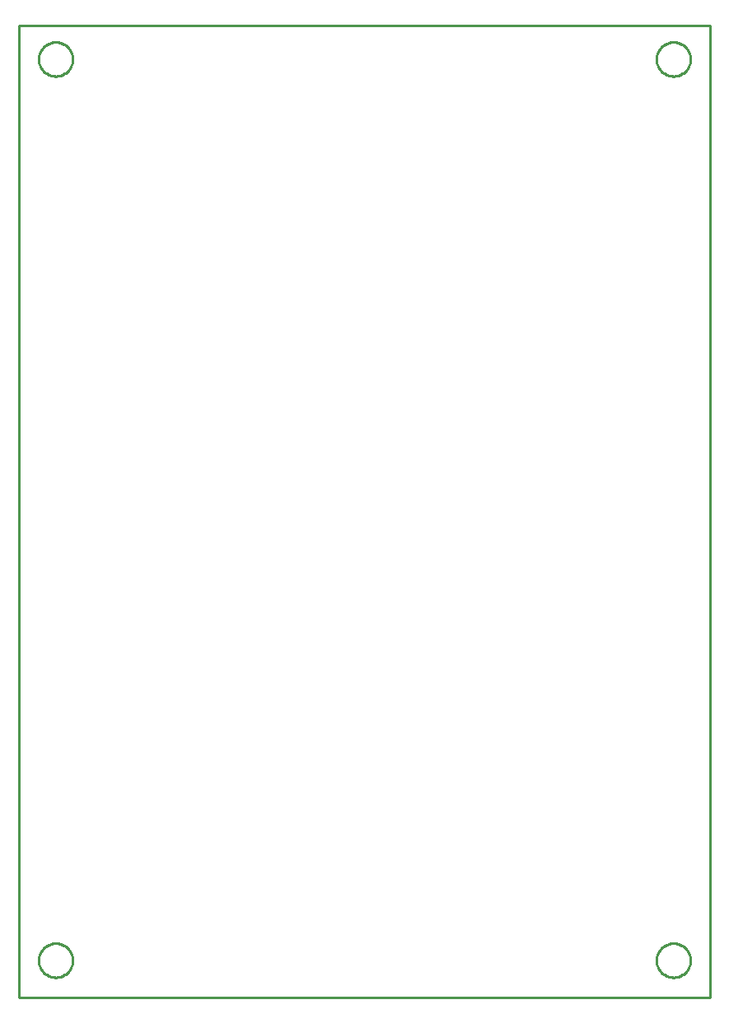
<source format=gbr>
G04 EAGLE Gerber RS-274X export*
G75*
%MOMM*%
%FSLAX34Y34*%
%LPD*%
%IN*%
%IPPOS*%
%AMOC8*
5,1,8,0,0,1.08239X$1,22.5*%
G01*
%ADD10C,0.254000*%


D10*
X0Y0D02*
X711000Y0D01*
X711000Y1000000D01*
X0Y1000000D01*
X0Y0D01*
X690600Y964627D02*
X690525Y963484D01*
X690376Y962348D01*
X690152Y961224D01*
X689855Y960117D01*
X689487Y959032D01*
X689049Y957974D01*
X688542Y956946D01*
X687969Y955954D01*
X687332Y955001D01*
X686635Y954092D01*
X685879Y953231D01*
X685069Y952421D01*
X684208Y951665D01*
X683299Y950968D01*
X682346Y950331D01*
X681354Y949758D01*
X680326Y949251D01*
X679268Y948813D01*
X678183Y948445D01*
X677076Y948148D01*
X675952Y947925D01*
X674816Y947775D01*
X673673Y947700D01*
X672527Y947700D01*
X671384Y947775D01*
X670248Y947925D01*
X669124Y948148D01*
X668017Y948445D01*
X666932Y948813D01*
X665874Y949251D01*
X664846Y949758D01*
X663854Y950331D01*
X662901Y950968D01*
X661992Y951665D01*
X661131Y952421D01*
X660321Y953231D01*
X659565Y954092D01*
X658868Y955001D01*
X658231Y955954D01*
X657658Y956946D01*
X657151Y957974D01*
X656713Y959032D01*
X656345Y960117D01*
X656048Y961224D01*
X655825Y962348D01*
X655675Y963484D01*
X655600Y964627D01*
X655600Y965773D01*
X655675Y966916D01*
X655825Y968052D01*
X656048Y969176D01*
X656345Y970283D01*
X656713Y971368D01*
X657151Y972426D01*
X657658Y973454D01*
X658231Y974446D01*
X658868Y975399D01*
X659565Y976308D01*
X660321Y977169D01*
X661131Y977979D01*
X661992Y978735D01*
X662901Y979432D01*
X663854Y980069D01*
X664846Y980642D01*
X665874Y981149D01*
X666932Y981587D01*
X668017Y981955D01*
X669124Y982252D01*
X670248Y982476D01*
X671384Y982625D01*
X672527Y982700D01*
X673673Y982700D01*
X674816Y982625D01*
X675952Y982476D01*
X677076Y982252D01*
X678183Y981955D01*
X679268Y981587D01*
X680326Y981149D01*
X681354Y980642D01*
X682346Y980069D01*
X683299Y979432D01*
X684208Y978735D01*
X685069Y977979D01*
X685879Y977169D01*
X686635Y976308D01*
X687332Y975399D01*
X687969Y974446D01*
X688542Y973454D01*
X689049Y972426D01*
X689487Y971368D01*
X689855Y970283D01*
X690152Y969176D01*
X690376Y968052D01*
X690525Y966916D01*
X690600Y965773D01*
X690600Y964627D01*
X55600Y964627D02*
X55525Y963484D01*
X55376Y962348D01*
X55152Y961224D01*
X54855Y960117D01*
X54487Y959032D01*
X54049Y957974D01*
X53542Y956946D01*
X52969Y955954D01*
X52332Y955001D01*
X51635Y954092D01*
X50879Y953231D01*
X50069Y952421D01*
X49208Y951665D01*
X48299Y950968D01*
X47346Y950331D01*
X46354Y949758D01*
X45326Y949251D01*
X44268Y948813D01*
X43183Y948445D01*
X42076Y948148D01*
X40952Y947925D01*
X39816Y947775D01*
X38673Y947700D01*
X37527Y947700D01*
X36384Y947775D01*
X35248Y947925D01*
X34124Y948148D01*
X33017Y948445D01*
X31932Y948813D01*
X30874Y949251D01*
X29846Y949758D01*
X28854Y950331D01*
X27901Y950968D01*
X26992Y951665D01*
X26131Y952421D01*
X25321Y953231D01*
X24565Y954092D01*
X23868Y955001D01*
X23231Y955954D01*
X22658Y956946D01*
X22151Y957974D01*
X21713Y959032D01*
X21345Y960117D01*
X21048Y961224D01*
X20825Y962348D01*
X20675Y963484D01*
X20600Y964627D01*
X20600Y965773D01*
X20675Y966916D01*
X20825Y968052D01*
X21048Y969176D01*
X21345Y970283D01*
X21713Y971368D01*
X22151Y972426D01*
X22658Y973454D01*
X23231Y974446D01*
X23868Y975399D01*
X24565Y976308D01*
X25321Y977169D01*
X26131Y977979D01*
X26992Y978735D01*
X27901Y979432D01*
X28854Y980069D01*
X29846Y980642D01*
X30874Y981149D01*
X31932Y981587D01*
X33017Y981955D01*
X34124Y982252D01*
X35248Y982476D01*
X36384Y982625D01*
X37527Y982700D01*
X38673Y982700D01*
X39816Y982625D01*
X40952Y982476D01*
X42076Y982252D01*
X43183Y981955D01*
X44268Y981587D01*
X45326Y981149D01*
X46354Y980642D01*
X47346Y980069D01*
X48299Y979432D01*
X49208Y978735D01*
X50069Y977979D01*
X50879Y977169D01*
X51635Y976308D01*
X52332Y975399D01*
X52969Y974446D01*
X53542Y973454D01*
X54049Y972426D01*
X54487Y971368D01*
X54855Y970283D01*
X55152Y969176D01*
X55376Y968052D01*
X55525Y966916D01*
X55600Y965773D01*
X55600Y964627D01*
X55600Y37527D02*
X55525Y36384D01*
X55376Y35248D01*
X55152Y34124D01*
X54855Y33017D01*
X54487Y31932D01*
X54049Y30874D01*
X53542Y29846D01*
X52969Y28854D01*
X52332Y27901D01*
X51635Y26992D01*
X50879Y26131D01*
X50069Y25321D01*
X49208Y24565D01*
X48299Y23868D01*
X47346Y23231D01*
X46354Y22658D01*
X45326Y22151D01*
X44268Y21713D01*
X43183Y21345D01*
X42076Y21048D01*
X40952Y20825D01*
X39816Y20675D01*
X38673Y20600D01*
X37527Y20600D01*
X36384Y20675D01*
X35248Y20825D01*
X34124Y21048D01*
X33017Y21345D01*
X31932Y21713D01*
X30874Y22151D01*
X29846Y22658D01*
X28854Y23231D01*
X27901Y23868D01*
X26992Y24565D01*
X26131Y25321D01*
X25321Y26131D01*
X24565Y26992D01*
X23868Y27901D01*
X23231Y28854D01*
X22658Y29846D01*
X22151Y30874D01*
X21713Y31932D01*
X21345Y33017D01*
X21048Y34124D01*
X20825Y35248D01*
X20675Y36384D01*
X20600Y37527D01*
X20600Y38673D01*
X20675Y39816D01*
X20825Y40952D01*
X21048Y42076D01*
X21345Y43183D01*
X21713Y44268D01*
X22151Y45326D01*
X22658Y46354D01*
X23231Y47346D01*
X23868Y48299D01*
X24565Y49208D01*
X25321Y50069D01*
X26131Y50879D01*
X26992Y51635D01*
X27901Y52332D01*
X28854Y52969D01*
X29846Y53542D01*
X30874Y54049D01*
X31932Y54487D01*
X33017Y54855D01*
X34124Y55152D01*
X35248Y55376D01*
X36384Y55525D01*
X37527Y55600D01*
X38673Y55600D01*
X39816Y55525D01*
X40952Y55376D01*
X42076Y55152D01*
X43183Y54855D01*
X44268Y54487D01*
X45326Y54049D01*
X46354Y53542D01*
X47346Y52969D01*
X48299Y52332D01*
X49208Y51635D01*
X50069Y50879D01*
X50879Y50069D01*
X51635Y49208D01*
X52332Y48299D01*
X52969Y47346D01*
X53542Y46354D01*
X54049Y45326D01*
X54487Y44268D01*
X54855Y43183D01*
X55152Y42076D01*
X55376Y40952D01*
X55525Y39816D01*
X55600Y38673D01*
X55600Y37527D01*
X690600Y37527D02*
X690525Y36384D01*
X690376Y35248D01*
X690152Y34124D01*
X689855Y33017D01*
X689487Y31932D01*
X689049Y30874D01*
X688542Y29846D01*
X687969Y28854D01*
X687332Y27901D01*
X686635Y26992D01*
X685879Y26131D01*
X685069Y25321D01*
X684208Y24565D01*
X683299Y23868D01*
X682346Y23231D01*
X681354Y22658D01*
X680326Y22151D01*
X679268Y21713D01*
X678183Y21345D01*
X677076Y21048D01*
X675952Y20825D01*
X674816Y20675D01*
X673673Y20600D01*
X672527Y20600D01*
X671384Y20675D01*
X670248Y20825D01*
X669124Y21048D01*
X668017Y21345D01*
X666932Y21713D01*
X665874Y22151D01*
X664846Y22658D01*
X663854Y23231D01*
X662901Y23868D01*
X661992Y24565D01*
X661131Y25321D01*
X660321Y26131D01*
X659565Y26992D01*
X658868Y27901D01*
X658231Y28854D01*
X657658Y29846D01*
X657151Y30874D01*
X656713Y31932D01*
X656345Y33017D01*
X656048Y34124D01*
X655825Y35248D01*
X655675Y36384D01*
X655600Y37527D01*
X655600Y38673D01*
X655675Y39816D01*
X655825Y40952D01*
X656048Y42076D01*
X656345Y43183D01*
X656713Y44268D01*
X657151Y45326D01*
X657658Y46354D01*
X658231Y47346D01*
X658868Y48299D01*
X659565Y49208D01*
X660321Y50069D01*
X661131Y50879D01*
X661992Y51635D01*
X662901Y52332D01*
X663854Y52969D01*
X664846Y53542D01*
X665874Y54049D01*
X666932Y54487D01*
X668017Y54855D01*
X669124Y55152D01*
X670248Y55376D01*
X671384Y55525D01*
X672527Y55600D01*
X673673Y55600D01*
X674816Y55525D01*
X675952Y55376D01*
X677076Y55152D01*
X678183Y54855D01*
X679268Y54487D01*
X680326Y54049D01*
X681354Y53542D01*
X682346Y52969D01*
X683299Y52332D01*
X684208Y51635D01*
X685069Y50879D01*
X685879Y50069D01*
X686635Y49208D01*
X687332Y48299D01*
X687969Y47346D01*
X688542Y46354D01*
X689049Y45326D01*
X689487Y44268D01*
X689855Y43183D01*
X690152Y42076D01*
X690376Y40952D01*
X690525Y39816D01*
X690600Y38673D01*
X690600Y37527D01*
M02*

</source>
